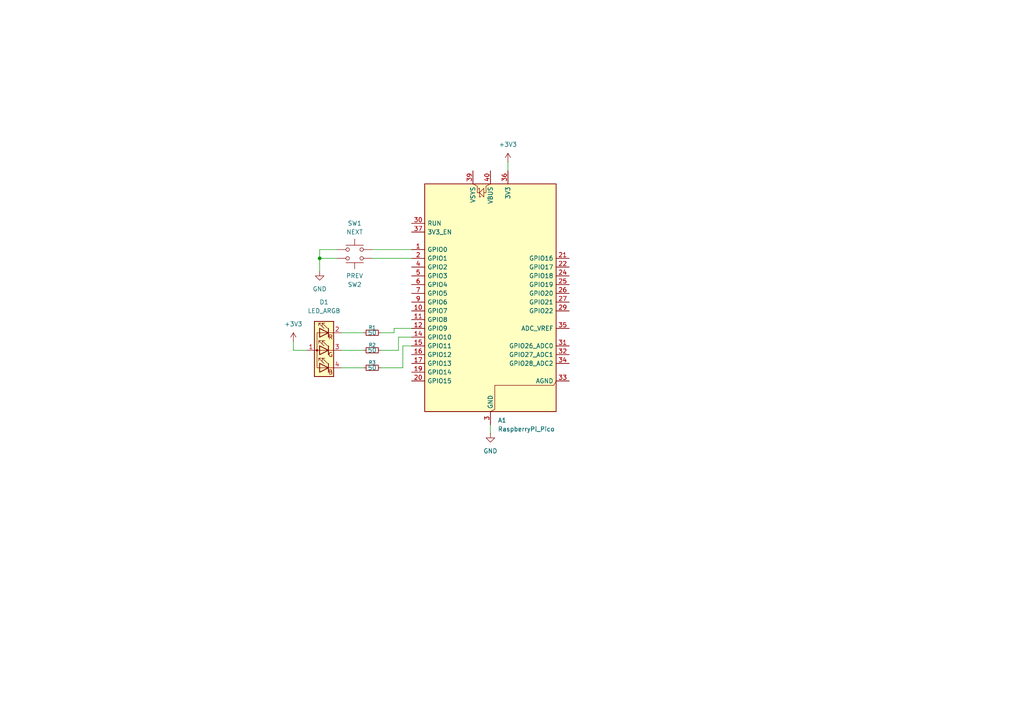
<source format=kicad_sch>
(kicad_sch (version 20250114) (generator "eeschema") (generator_version "9.0")
  (paper "A4")
  (lib_symbols
    (symbol "Device:LED_ARGB" (pin_names (offset 0) (hide yes))
      (property "Reference" "D" (at 0 9.398 0))
      (property "Value" "LED_ARGB" (at 0 -8.89 0))
      (symbol "LED_ARGB_0_0"
        (text "R" (at -1.905 3.81 0) (effects (font (size 1.27 1.27))))
        (text "G" (at -1.905 -1.27 0) (effects (font (size 1.27 1.27))))
        (text "B" (at -1.905 -6.35 0) (effects (font (size 1.27 1.27))))
      )
      (symbol "LED_ARGB_0_1"
        (polyline (pts (xy -1.27 6.35) (xy -1.27 3.81)) (stroke (width 0.254)))
        (polyline (pts (xy -1.27 6.35) (xy -1.27 3.81) (xy -1.27 3.81)))
        (polyline (pts (xy -1.27 5.08) (xy -2.54 5.08)))
        (polyline (pts (xy -1.27 5.08) (xy 1.27 5.08)))
        (polyline (pts (xy -1.27 1.27) (xy -1.27 -1.27)) (stroke (width 0.254)))
        (polyline (pts (xy -1.27 1.27) (xy -1.27 -1.27) (xy -1.27 -1.27)))
        (polyline (pts (xy -1.27 0) (xy -2.54 0)))
        (polyline (pts (xy -1.27 -3.81) (xy -1.27 -6.35)) (stroke (width 0.254)))
        (polyline (pts (xy -1.27 -5.08) (xy -2.54 -5.08)))
        (polyline (pts (xy -1.27 -5.08) (xy 1.27 -5.08)))
        (polyline (pts (xy -1.016 6.35) (xy 0.508 7.874) (xy -0.254 7.874) (xy 0.508 7.874) (xy 0.508 7.112)))
        (polyline (pts (xy -1.016 1.27) (xy 0.508 2.794) (xy -0.254 2.794) (xy 0.508 2.794) (xy 0.508 2.032)))
        (polyline (pts (xy -1.016 -3.81) (xy 0.508 -2.286) (xy -0.254 -2.286) (xy 0.508 -2.286) (xy 0.508 -3.048)))
        (polyline (pts (xy 0 6.35) (xy 1.524 7.874) (xy 0.762 7.874) (xy 1.524 7.874) (xy 1.524 7.112)))
        (polyline (pts (xy 0 1.27) (xy 1.524 2.794) (xy 0.762 2.794) (xy 1.524 2.794) (xy 1.524 2.032)))
        (polyline (pts (xy 0 -3.81) (xy 1.524 -2.286) (xy 0.762 -2.286) (xy 1.524 -2.286) (xy 1.524 -3.048)))
        (polyline (pts (xy 1.27 6.35) (xy 1.27 3.81) (xy -1.27 5.08) (xy 1.27 6.35)) (stroke (width 0.254)))
        (rectangle (start 1.27 6.35) (end 1.27 6.35))
        (rectangle (start 1.27 3.81) (end 1.27 6.35))
        (polyline (pts (xy 1.27 1.27) (xy 1.27 -1.27) (xy -1.27 0) (xy 1.27 1.27)) (stroke (width 0.254)))
        (rectangle (start 1.27 1.27) (end 1.27 1.27))
        (polyline (pts (xy 1.27 0) (xy -1.27 0)))
        (polyline (pts (xy 1.27 0) (xy 2.54 0)))
        (rectangle (start 1.27 -1.27) (end 1.27 1.27))
        (polyline (pts (xy 1.27 -3.81) (xy 1.27 -6.35) (xy -1.27 -5.08) (xy 1.27 -3.81)) (stroke (width 0.254)))
        (polyline (pts (xy 1.27 -5.08) (xy 2.032 -5.08) (xy 2.032 5.08) (xy 1.27 5.08)))
        (circle (center 2.032 0) (radius 0.254) (fill (type outline)))
        (rectangle (start 2.794 8.382) (end -2.794 -7.62) (stroke (width 0.254)) (fill (type background)))
      )
      (symbol "LED_ARGB_1_1"
        (pin passive line (at -5.08 5.08 0) (length 2.54) (name "RK") (number "2"))
        (pin passive line (at -5.08 0 0) (length 2.54) (name "GK") (number "3"))
        (pin passive line (at -5.08 -5.08 0) (length 2.54) (name "BK") (number "4"))
        (pin passive line (at 5.08 0 180) (length 2.54) (name "A") (number "1"))
      )
    )
    (symbol "Device:R_Small" (pin_numbers (hide yes)) (pin_names (offset 0.254) (hide yes))
      (property "Reference" "R" (at 0 0 90))
      (property "Value" "R_Small" (at 1.778 0 90))
      (symbol "R_Small_0_1"
        (rectangle (start -0.762 1.778) (end 0.762 -1.778) (stroke (width 0.2032)))
      )
      (symbol "R_Small_1_1"
        (pin passive line (at 0 2.54 270) (length 0.762) (name "~") (number "1"))
        (pin passive line (at 0 -2.54 90) (length 0.762) (name "~") (number "2"))
      )
    )
    (symbol "MCU_Module:RaspberryPi_Pico" (pin_names (offset 0.762))
      (property "Reference" "A" (at -19.05 35.56 0))
      (property "Value" "RaspberryPi_Pico" (at 7.62 35.56 0))
      (symbol "RaspberryPi_Pico_0_1"
        (rectangle (start -19.05 34.29) (end 19.05 -31.75) (stroke (width 0.254)) (fill (type background)))
        (polyline (pts (xy -5.08 34.29) (xy -3.81 33.655) (xy -3.81 31.75) (xy -3.175 31.75)))
        (polyline (pts (xy -3.429 32.766) (xy -3.429 33.02) (xy -3.175 33.02) (xy -3.175 30.48) (xy -2.921 30.48) (xy -2.921 30.734)))
        (polyline (pts (xy -3.175 31.75) (xy -1.905 33.02) (xy -1.905 30.48) (xy -3.175 31.75)))
        (polyline (pts (xy 0 34.29) (xy -1.27 33.655) (xy -1.27 31.75) (xy -1.905 31.75)))
        (polyline (pts (xy 0 -31.75) (xy 1.27 -31.115) (xy 1.27 -24.13) (xy 18.415 -24.13) (xy 19.05 -22.86)))
      )
      (symbol "RaspberryPi_Pico_1_1"
        (pin passive line (at -22.86 22.86 0) (length 3.81) (name "RUN") (number "30"))
        (pin passive line (at -22.86 20.32 0) (length 3.81) (name "3V3_EN") (number "37"))
        (pin bidirectional line (at -22.86 15.24 0) (length 3.81) (name "GPIO0") (number "1"))
        (pin bidirectional line (at -22.86 12.7 0) (length 3.81) (name "GPIO1") (number "2"))
        (pin bidirectional line (at -22.86 10.16 0) (length 3.81) (name "GPIO2") (number "4"))
        (pin bidirectional line (at -22.86 7.62 0) (length 3.81) (name "GPIO3") (number "5"))
        (pin bidirectional line (at -22.86 5.08 0) (length 3.81) (name "GPIO4") (number "6"))
        (pin bidirectional line (at -22.86 2.54 0) (length 3.81) (name "GPIO5") (number "7"))
        (pin bidirectional line (at -22.86 0 0) (length 3.81) (name "GPIO6") (number "9"))
        (pin bidirectional line (at -22.86 -2.54 0) (length 3.81) (name "GPIO7") (number "10"))
        (pin bidirectional line (at -22.86 -5.08 0) (length 3.81) (name "GPIO8") (number "11"))
        (pin bidirectional line (at -22.86 -7.62 0) (length 3.81) (name "GPIO9") (number "12"))
        (pin bidirectional line (at -22.86 -10.16 0) (length 3.81) (name "GPIO10") (number "14"))
        (pin bidirectional line (at -22.86 -12.7 0) (length 3.81) (name "GPIO11") (number "15"))
        (pin bidirectional line (at -22.86 -15.24 0) (length 3.81) (name "GPIO12") (number "16"))
        (pin bidirectional line (at -22.86 -17.78 0) (length 3.81) (name "GPIO13") (number "17"))
        (pin bidirectional line (at -22.86 -20.32 0) (length 3.81) (name "GPIO14") (number "19"))
        (pin bidirectional line (at -22.86 -22.86 0) (length 3.81) (name "GPIO15") (number "20"))
        (pin power_in line (at -5.08 38.1 270) (length 3.81) (name "VSYS") (number "39"))
        (pin power_out line (at 0 38.1 270) (length 3.81) (name "VBUS") (number "40"))
        (pin passive line (at 0 -35.56 90) (length 3.81) (hide yes) (name "GND") (number "13"))
        (pin passive line (at 0 -35.56 90) (length 3.81) (hide yes) (name "GND") (number "18"))
        (pin passive line (at 0 -35.56 90) (length 3.81) (hide yes) (name "GND") (number "23"))
        (pin passive line (at 0 -35.56 90) (length 3.81) (hide yes) (name "GND") (number "28"))
        (pin power_out line (at 0 -35.56 90) (length 3.81) (name "GND") (number "3"))
        (pin passive line (at 0 -35.56 90) (length 3.81) (hide yes) (name "GND") (number "38"))
        (pin passive line (at 0 -35.56 90) (length 3.81) (hide yes) (name "GND") (number "8"))
        (pin power_out line (at 5.08 38.1 270) (length 3.81) (name "3V3") (number "36"))
        (pin bidirectional line (at 22.86 12.7 180) (length 3.81) (name "GPIO16") (number "21"))
        (pin bidirectional line (at 22.86 10.16 180) (length 3.81) (name "GPIO17") (number "22"))
        (pin bidirectional line (at 22.86 7.62 180) (length 3.81) (name "GPIO18") (number "24"))
        (pin bidirectional line (at 22.86 5.08 180) (length 3.81) (name "GPIO19") (number "25"))
        (pin bidirectional line (at 22.86 2.54 180) (length 3.81) (name "GPIO20") (number "26"))
        (pin bidirectional line (at 22.86 0 180) (length 3.81) (name "GPIO21") (number "27"))
        (pin bidirectional line (at 22.86 -2.54 180) (length 3.81) (name "GPIO22") (number "29"))
        (pin power_in line (at 22.86 -7.62 180) (length 3.81) (name "ADC_VREF") (number "35"))
        (pin bidirectional line (at 22.86 -12.7 180) (length 3.81) (name "GPIO26_ADC0") (number "31"))
        (pin bidirectional line (at 22.86 -15.24 180) (length 3.81) (name "GPIO27_ADC1") (number "32"))
        (pin bidirectional line (at 22.86 -17.78 180) (length 3.81) (name "GPIO28_ADC2") (number "34"))
        (pin power_out line (at 22.86 -22.86 180) (length 3.81) (name "AGND") (number "33"))
      )
    )
    (symbol "Switch:SW_Push" (pin_numbers (hide yes)) (pin_names (offset 1.016) (hide yes))
      (property "Reference" "SW" (at 1.27 2.54 0))
      (property "Value" "SW_Push" (at 0 -1.524 0))
      (symbol "SW_Push_0_1"
        (circle (center -2.032 0) (radius 0.508))
        (polyline (pts (xy 0 1.27) (xy 0 3.048)))
        (circle (center 2.032 0) (radius 0.508))
        (polyline (pts (xy 2.54 1.27) (xy -2.54 1.27)))
        (pin passive line (at -5.08 0 0) (length 2.54) (name "1") (number "1"))
        (pin passive line (at 5.08 0 180) (length 2.54) (name "2") (number "2"))
      )
    )
    (symbol "power:+3V3" (power) (pin_numbers (hide yes)) (pin_names (offset 0) (hide yes))
      (property "Value" "+3V3" (at 0 3.556 0))
      (symbol "+3V3_0_1"
        (polyline (pts (xy -0.762 1.27) (xy 0 2.54)))
        (polyline (pts (xy 0 2.54) (xy 0.762 1.27)))
        (polyline (pts (xy 0 0) (xy 0 2.54)))
      )
      (symbol "+3V3_1_1"
        (pin power_in line (at 0 0 90) (length 0) (name "~") (number "1"))
      )
    )
    (symbol "power:GND" (power) (pin_numbers (hide yes)) (pin_names (offset 0) (hide yes))
      (property "Value" "GND" (at 0 -3.81 0))
      (symbol "GND_0_1"
        (polyline (pts (xy 0 0) (xy 0 -1.27) (xy 1.27 -1.27) (xy 0 -2.54) (xy -1.27 -1.27) (xy 0 -1.27)))
      )
      (symbol "GND_1_1"
        (pin power_in line (at 0 0 270) (length 0) (name "~") (number "1"))
      )
    )
  )
  (junction (at 92.71 74.93))
  (wire (pts (xy 115.57 101.6) (xy 115.57 97.79)))
  (wire (pts (xy 116.84 106.68) (xy 110.49 106.68)))
  (wire (pts (xy 92.71 74.93) (xy 92.71 78.74)))
  (wire (pts (xy 99.06 106.68) (xy 105.41 106.68)))
  (wire (pts (xy 97.79 72.39) (xy 92.71 72.39)))
  (wire (pts (xy 99.06 96.52) (xy 105.41 96.52)))
  (wire (pts (xy 85.09 99.06) (xy 85.09 101.6)))
  (wire (pts (xy 119.38 100.33) (xy 116.84 100.33)))
  (wire (pts (xy 92.71 72.39) (xy 92.71 74.93)))
  (wire (pts (xy 107.95 72.39) (xy 119.38 72.39)))
  (wire (pts (xy 116.84 100.33) (xy 116.84 106.68)))
  (wire (pts (xy 107.95 74.93) (xy 119.38 74.93)))
  (wire (pts (xy 115.57 97.79) (xy 119.38 97.79)))
  (wire (pts (xy 99.06 101.6) (xy 105.41 101.6)))
  (wire (pts (xy 142.24 123.19) (xy 142.24 125.73)))
  (wire (pts (xy 147.32 46.99) (xy 147.32 49.53)))
  (wire (pts (xy 114.3 95.25) (xy 114.3 96.52)))
  (wire (pts (xy 110.49 101.6) (xy 115.57 101.6)))
  (wire (pts (xy 110.49 96.52) (xy 114.3 96.52)))
  (wire (pts (xy 119.38 95.25) (xy 114.3 95.25)))
  (wire (pts (xy 85.09 101.6) (xy 88.9 101.6)))
  (wire (pts (xy 92.71 74.93) (xy 97.79 74.93)))
  (symbol (lib_id "Switch:SW_Push") (at 102.87 74.93 0) (mirror x) (unit 1)
    (property "Reference" "SW2" (at 102.87 82.55 0))
    (property "Value" "PREV" (at 102.87 80.01 0))
    (property "Footprint" "Button_Switch_Keyboard:SW_Cherry_MX_1.00u_PCB" (effects (hide yes)))
    (property "Description" "Push button switch, generic, two pins" (effects (hide yes)))
  )
  (symbol (lib_id "power:GND") (at 92.71 78.74 0) (unit 1)
    (property "Reference" "#PWR01" (effects (hide yes)))
    (property "Value" "GND" (at 92.71 83.82 0))
    (property "Description" "Power symbol creates a global label with name \"GND\" , ground" (effects (hide yes)))
  )
  (symbol (lib_id "Device:R_Small") (at 107.95 106.68 90) (unit 1)
    (property "Reference" "R3" (at 107.95 105.156 90) (effects (font (size 1.016 1.016))))
    (property "Value" "50" (at 107.95 106.68 90))
    (property "Footprint" "Resistor_THT:R_Axial_DIN0204_L3.6mm_D1.6mm_P5.08mm_Horizontal" (effects (hide yes)))
    (property "Description" "Resistor, small symbol" (effects (hide yes)))
  )
  (symbol (lib_id "MCU_Module:RaspberryPi_Pico") (at 142.24 87.63 0) (unit 1)
    (property "Reference" "A1" (at 144.3833 121.92 0) (effects (justify left)))
    (property "Value" "RaspberryPi_Pico" (at 144.3833 124.46 0) (effects (justify left)))
    (property "Footprint" "Module:RaspberryPi_Pico_Common_Unspecified" (effects (hide yes)))
    (property "Datasheet" "https://datasheets.raspberrypi.com/pico/pico-datasheet.pdf" (effects (hide yes)))
    (property "Description" "Versatile and inexpensive microcontroller module powered by RP2040 dual-core Arm Cortex-M0+ processor up to 133 MHz, 264kB SRAM, 2MB QSPI flash; also supports Raspberry Pi Pico 2" (effects (hide yes)))
  )
  (symbol (lib_id "power:+3V3") (at 147.32 46.99 0) (unit 1)
    (property "Reference" "#PWR04" (effects (hide yes)))
    (property "Value" "+3V3" (at 147.32 41.91 0))
    (property "Description" "Power symbol creates a global label with name \"+3V3\"" (effects (hide yes)))
  )
  (symbol (lib_id "Switch:SW_Push") (at 102.87 72.39 0) (unit 1)
    (property "Reference" "SW1" (at 102.87 64.77 0))
    (property "Value" "NEXT" (at 102.87 67.31 0))
    (property "Footprint" "Button_Switch_Keyboard:SW_Cherry_MX_1.00u_PCB" (effects (hide yes)))
    (property "Description" "Push button switch, generic, two pins" (effects (hide yes)))
  )
  (symbol (lib_id "Device:R_Small") (at 107.95 101.6 90) (unit 1)
    (property "Reference" "R2" (at 107.95 100.076 90) (effects (font (size 1.016 1.016))))
    (property "Value" "50" (at 107.95 101.6 90))
    (property "Footprint" "Resistor_THT:R_Axial_DIN0204_L3.6mm_D1.6mm_P5.08mm_Horizontal" (effects (hide yes)))
    (property "Description" "Resistor, small symbol" (effects (hide yes)))
  )
  (symbol (lib_id "power:GND") (at 142.24 125.73 0) (unit 1)
    (property "Reference" "#PWR02" (effects (hide yes)))
    (property "Value" "GND" (at 142.24 130.81 0))
    (property "Description" "Power symbol creates a global label with name \"GND\" , ground" (effects (hide yes)))
  )
  (symbol (lib_id "power:+3V3") (at 85.09 99.06 0) (unit 1)
    (property "Reference" "#PWR03" (effects (hide yes)))
    (property "Value" "+3V3" (at 85.09 93.98 0))
    (property "Description" "Power symbol creates a global label with name \"+3V3\"" (effects (hide yes)))
  )
  (symbol (lib_id "Device:R_Small") (at 107.95 96.52 90) (unit 1)
    (property "Reference" "R1" (at 107.95 94.996 90) (effects (font (size 1.016 1.016))))
    (property "Value" "50" (at 107.95 96.52 90))
    (property "Footprint" "Resistor_THT:R_Axial_DIN0204_L3.6mm_D1.6mm_P5.08mm_Horizontal" (effects (hide yes)))
    (property "Description" "Resistor, small symbol" (effects (hide yes)))
  )
  (symbol (lib_id "Device:LED_ARGB") (at 93.98 101.6 0) (mirror y) (unit 1)
    (property "Reference" "D1" (at 93.98 87.63 0))
    (property "Value" "LED_ARGB" (at 93.98 90.17 0))
    (property "Footprint" "LED_THT:LED_D5.0mm-4_RGB_Wide_Pins" (effects (hide yes)))
    (property "Description" "RGB LED, anode/red/green/blue" (effects (hide yes)))
  )
)
</source>
